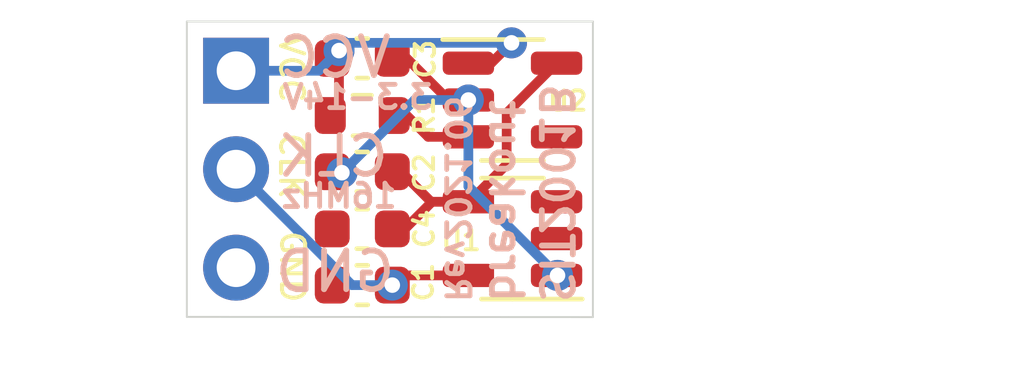
<source format=kicad_pcb>
(kicad_pcb (version 20171130) (host pcbnew 5.1.10-88a1d61d58~88~ubuntu20.04.1)

  (general
    (thickness 1.6)
    (drawings 14)
    (tracks 33)
    (zones 0)
    (modules 8)
    (nets 9)
  )

  (page A4)
  (layers
    (0 F.Cu signal)
    (31 B.Cu signal)
    (32 B.Adhes user)
    (33 F.Adhes user)
    (34 B.Paste user)
    (35 F.Paste user)
    (36 B.SilkS user)
    (37 F.SilkS user)
    (38 B.Mask user)
    (39 F.Mask user)
    (40 Dwgs.User user)
    (41 Cmts.User user)
    (42 Eco1.User user)
    (43 Eco2.User user)
    (44 Edge.Cuts user)
    (45 Margin user)
    (46 B.CrtYd user)
    (47 F.CrtYd user)
    (48 B.Fab user)
    (49 F.Fab user)
  )

  (setup
    (last_trace_width 0.25)
    (trace_clearance 0.2)
    (zone_clearance 0.508)
    (zone_45_only no)
    (trace_min 0.2)
    (via_size 0.8)
    (via_drill 0.4)
    (via_min_size 0.4)
    (via_min_drill 0.3)
    (uvia_size 0.3)
    (uvia_drill 0.1)
    (uvias_allowed no)
    (uvia_min_size 0.2)
    (uvia_min_drill 0.1)
    (edge_width 0.05)
    (segment_width 0.2)
    (pcb_text_width 0.3)
    (pcb_text_size 1.5 1.5)
    (mod_edge_width 0.12)
    (mod_text_size 1 1)
    (mod_text_width 0.15)
    (pad_size 1.524 1.524)
    (pad_drill 0.762)
    (pad_to_mask_clearance 0)
    (aux_axis_origin 0 0)
    (visible_elements FFFFFF7F)
    (pcbplotparams
      (layerselection 0x010fc_ffffffff)
      (usegerberextensions false)
      (usegerberattributes true)
      (usegerberadvancedattributes true)
      (creategerberjobfile true)
      (excludeedgelayer true)
      (linewidth 0.100000)
      (plotframeref false)
      (viasonmask false)
      (mode 1)
      (useauxorigin false)
      (hpglpennumber 1)
      (hpglpenspeed 20)
      (hpglpendiameter 15.000000)
      (psnegative false)
      (psa4output false)
      (plotreference true)
      (plotvalue true)
      (plotinvisibletext false)
      (padsonsilk false)
      (subtractmaskfromsilk false)
      (outputformat 1)
      (mirror false)
      (drillshape 1)
      (scaleselection 1)
      (outputdirectory ""))
  )

  (net 0 "")
  (net 1 GND)
  (net 2 /CLK)
  (net 3 +3V3)
  (net 4 VCC)
  (net 5 "Net-(R1-Pad2)")
  (net 6 "Net-(U1-Pad3)")
  (net 7 "Net-(U1-Pad2)")
  (net 8 "Net-(U2-Pad4)")

  (net_class Default "This is the default net class."
    (clearance 0.2)
    (trace_width 0.25)
    (via_dia 0.8)
    (via_drill 0.4)
    (uvia_dia 0.3)
    (uvia_drill 0.1)
    (add_net +3V3)
    (add_net /CLK)
    (add_net GND)
    (add_net "Net-(R1-Pad2)")
    (add_net "Net-(U1-Pad2)")
    (add_net "Net-(U1-Pad3)")
    (add_net "Net-(U2-Pad4)")
    (add_net VCC)
  )

  (module my-kicad-footprints:Pin_1x03_P2.54mm_nosilk (layer F.Cu) (tedit 60BF4B06) (tstamp 60BE2381)
    (at 149.52 88.27)
    (descr "Through hole straight pin header, 1x04, 2.54mm pitch, single row")
    (tags "Through hole pin header THT 1x04 2.54mm single row")
    (path /60A45CA1)
    (fp_text reference J1 (at 0 -2.33) (layer F.SilkS) hide
      (effects (font (size 1 1) (thickness 0.15)))
    )
    (fp_text value Conn_01x03 (at 0 7.41) (layer F.Fab)
      (effects (font (size 1 1) (thickness 0.15)))
    )
    (fp_line (start 1.8 -1.8) (end -1.8 -1.8) (layer F.CrtYd) (width 0.05))
    (fp_line (start 1.8 6.86) (end 1.8 -1.8) (layer F.CrtYd) (width 0.05))
    (fp_line (start -1.8 6.86) (end 1.8 6.86) (layer F.CrtYd) (width 0.05))
    (fp_line (start -1.8 -1.8) (end -1.8 6.86) (layer F.CrtYd) (width 0.05))
    (fp_line (start -1.27 -0.635) (end -0.635 -1.27) (layer F.Fab) (width 0.1))
    (fp_line (start -1.27 6.35) (end -1.27 -0.635) (layer F.Fab) (width 0.1))
    (fp_line (start 1.27 6.35) (end -1.27 6.35) (layer F.Fab) (width 0.1))
    (fp_line (start 1.27 -1.27) (end 1.27 6.35) (layer F.Fab) (width 0.1))
    (fp_line (start -0.635 -1.27) (end 1.27 -1.27) (layer F.Fab) (width 0.1))
    (fp_text user %R (at 0 3.81 90) (layer F.Fab)
      (effects (font (size 1 1) (thickness 0.15)))
    )
    (pad 3 thru_hole oval (at 0 5.08) (size 1.7 1.7) (drill 1) (layers *.Cu *.Mask)
      (net 1 GND))
    (pad 2 thru_hole oval (at 0 2.54) (size 1.7 1.7) (drill 1) (layers *.Cu *.Mask)
      (net 2 /CLK))
    (pad 1 thru_hole rect (at 0 0) (size 1.7 1.7) (drill 1) (layers *.Cu *.Mask)
      (net 4 VCC))
  )

  (module Package_TO_SOT_SMD:SOT-23-5 (layer F.Cu) (tedit 5F6F9B37) (tstamp 60BE23C0)
    (at 156.65 89.025)
    (descr "SOT, 5 Pin (https://www.jedec.org/sites/default/files/docs/Mo-178c.PDF variant AA), generated with kicad-footprint-generator ipc_gullwing_generator.py")
    (tags "SOT TO_SOT_SMD")
    (path /60BEAFCD)
    (attr smd)
    (fp_text reference U2 (at 1.425 0.025) (layer F.SilkS)
      (effects (font (size 0.5 0.5) (thickness 0.1)))
    )
    (fp_text value NJM2866F33 (at 0 2.4) (layer F.Fab)
      (effects (font (size 1 1) (thickness 0.15)))
    )
    (fp_line (start 0 1.56) (end 0.8 1.56) (layer F.SilkS) (width 0.12))
    (fp_line (start 0 1.56) (end -0.8 1.56) (layer F.SilkS) (width 0.12))
    (fp_line (start 0 -1.56) (end 0.8 -1.56) (layer F.SilkS) (width 0.12))
    (fp_line (start 0 -1.56) (end -1.8 -1.56) (layer F.SilkS) (width 0.12))
    (fp_line (start -0.4 -1.45) (end 0.8 -1.45) (layer F.Fab) (width 0.1))
    (fp_line (start 0.8 -1.45) (end 0.8 1.45) (layer F.Fab) (width 0.1))
    (fp_line (start 0.8 1.45) (end -0.8 1.45) (layer F.Fab) (width 0.1))
    (fp_line (start -0.8 1.45) (end -0.8 -1.05) (layer F.Fab) (width 0.1))
    (fp_line (start -0.8 -1.05) (end -0.4 -1.45) (layer F.Fab) (width 0.1))
    (fp_line (start -2.05 -1.7) (end -2.05 1.7) (layer F.CrtYd) (width 0.05))
    (fp_line (start -2.05 1.7) (end 2.05 1.7) (layer F.CrtYd) (width 0.05))
    (fp_line (start 2.05 1.7) (end 2.05 -1.7) (layer F.CrtYd) (width 0.05))
    (fp_line (start 2.05 -1.7) (end -2.05 -1.7) (layer F.CrtYd) (width 0.05))
    (fp_text user %R (at 0 0) (layer F.Fab)
      (effects (font (size 0.4 0.4) (thickness 0.06)))
    )
    (pad 5 smd roundrect (at 1.1375 -0.95) (size 1.325 0.6) (layers F.Cu F.Paste F.Mask) (roundrect_rratio 0.25)
      (net 3 +3V3))
    (pad 4 smd roundrect (at 1.1375 0.95) (size 1.325 0.6) (layers F.Cu F.Paste F.Mask) (roundrect_rratio 0.25)
      (net 8 "Net-(U2-Pad4)"))
    (pad 3 smd roundrect (at -1.1375 0.95) (size 1.325 0.6) (layers F.Cu F.Paste F.Mask) (roundrect_rratio 0.25)
      (net 5 "Net-(R1-Pad2)"))
    (pad 2 smd roundrect (at -1.1375 0) (size 1.325 0.6) (layers F.Cu F.Paste F.Mask) (roundrect_rratio 0.25)
      (net 1 GND))
    (pad 1 smd roundrect (at -1.1375 -0.95) (size 1.325 0.6) (layers F.Cu F.Paste F.Mask) (roundrect_rratio 0.25)
      (net 4 VCC))
    (model ${KISYS3DMOD}/Package_TO_SOT_SMD.3dshapes/SOT-23-5.wrl
      (at (xyz 0 0 0))
      (scale (xyz 1 1 1))
      (rotate (xyz 0 0 0))
    )
  )

  (module Package_TO_SOT_SMD:SOT-23-5 (layer F.Cu) (tedit 5F6F9B37) (tstamp 60BE23A9)
    (at 156.65 92.6 180)
    (descr "SOT, 5 Pin (https://www.jedec.org/sites/default/files/docs/Mo-178c.PDF variant AA), generated with kicad-footprint-generator ipc_gullwing_generator.py")
    (tags "SOT TO_SOT_SMD")
    (path /60A449A8)
    (attr smd)
    (fp_text reference U1 (at 1.325 -0.05) (layer F.SilkS)
      (effects (font (size 0.5 0.5) (thickness 0.1)))
    )
    (fp_text value SiT2001B-MEMS-Clock-Generator (at 0 2.4) (layer F.Fab)
      (effects (font (size 1 1) (thickness 0.15)))
    )
    (fp_line (start 0 1.56) (end 0.8 1.56) (layer F.SilkS) (width 0.12))
    (fp_line (start 0 1.56) (end -0.8 1.56) (layer F.SilkS) (width 0.12))
    (fp_line (start 0 -1.56) (end 0.8 -1.56) (layer F.SilkS) (width 0.12))
    (fp_line (start 0 -1.56) (end -1.8 -1.56) (layer F.SilkS) (width 0.12))
    (fp_line (start -0.4 -1.45) (end 0.8 -1.45) (layer F.Fab) (width 0.1))
    (fp_line (start 0.8 -1.45) (end 0.8 1.45) (layer F.Fab) (width 0.1))
    (fp_line (start 0.8 1.45) (end -0.8 1.45) (layer F.Fab) (width 0.1))
    (fp_line (start -0.8 1.45) (end -0.8 -1.05) (layer F.Fab) (width 0.1))
    (fp_line (start -0.8 -1.05) (end -0.4 -1.45) (layer F.Fab) (width 0.1))
    (fp_line (start -2.05 -1.7) (end -2.05 1.7) (layer F.CrtYd) (width 0.05))
    (fp_line (start -2.05 1.7) (end 2.05 1.7) (layer F.CrtYd) (width 0.05))
    (fp_line (start 2.05 1.7) (end 2.05 -1.7) (layer F.CrtYd) (width 0.05))
    (fp_line (start 2.05 -1.7) (end -2.05 -1.7) (layer F.CrtYd) (width 0.05))
    (fp_text user %R (at 0 0) (layer F.Fab)
      (effects (font (size 0.4 0.4) (thickness 0.06)))
    )
    (pad 5 smd roundrect (at 1.1375 -0.95 180) (size 1.325 0.6) (layers F.Cu F.Paste F.Mask) (roundrect_rratio 0.25)
      (net 2 /CLK))
    (pad 4 smd roundrect (at 1.1375 0.95 180) (size 1.325 0.6) (layers F.Cu F.Paste F.Mask) (roundrect_rratio 0.25)
      (net 3 +3V3))
    (pad 3 smd roundrect (at -1.1375 0.95 180) (size 1.325 0.6) (layers F.Cu F.Paste F.Mask) (roundrect_rratio 0.25)
      (net 6 "Net-(U1-Pad3)"))
    (pad 2 smd roundrect (at -1.1375 0 180) (size 1.325 0.6) (layers F.Cu F.Paste F.Mask) (roundrect_rratio 0.25)
      (net 7 "Net-(U1-Pad2)"))
    (pad 1 smd roundrect (at -1.1375 -0.95 180) (size 1.325 0.6) (layers F.Cu F.Paste F.Mask) (roundrect_rratio 0.25)
      (net 1 GND))
    (model ${KISYS3DMOD}/Package_TO_SOT_SMD.3dshapes/SOT-23-5.wrl
      (at (xyz 0 0 0))
      (scale (xyz 1 1 1))
      (rotate (xyz 0 0 0))
    )
  )

  (module Resistor_SMD:R_0603_1608Metric (layer F.Cu) (tedit 5F68FEEE) (tstamp 60BE2392)
    (at 152.775 89.425)
    (descr "Resistor SMD 0603 (1608 Metric), square (rectangular) end terminal, IPC_7351 nominal, (Body size source: IPC-SM-782 page 72, https://www.pcb-3d.com/wordpress/wp-content/uploads/ipc-sm-782a_amendment_1_and_2.pdf), generated with kicad-footprint-generator")
    (tags resistor)
    (path /60BEEF7B)
    (attr smd)
    (fp_text reference R1 (at 1.6 0 90) (layer F.SilkS)
      (effects (font (size 0.5 0.5) (thickness 0.1)))
    )
    (fp_text value 10k (at 0 1.43) (layer F.Fab)
      (effects (font (size 1 1) (thickness 0.15)))
    )
    (fp_line (start -0.8 0.4125) (end -0.8 -0.4125) (layer F.Fab) (width 0.1))
    (fp_line (start -0.8 -0.4125) (end 0.8 -0.4125) (layer F.Fab) (width 0.1))
    (fp_line (start 0.8 -0.4125) (end 0.8 0.4125) (layer F.Fab) (width 0.1))
    (fp_line (start 0.8 0.4125) (end -0.8 0.4125) (layer F.Fab) (width 0.1))
    (fp_line (start -0.237258 -0.5225) (end 0.237258 -0.5225) (layer F.SilkS) (width 0.12))
    (fp_line (start -0.237258 0.5225) (end 0.237258 0.5225) (layer F.SilkS) (width 0.12))
    (fp_line (start -1.48 0.73) (end -1.48 -0.73) (layer F.CrtYd) (width 0.05))
    (fp_line (start -1.48 -0.73) (end 1.48 -0.73) (layer F.CrtYd) (width 0.05))
    (fp_line (start 1.48 -0.73) (end 1.48 0.73) (layer F.CrtYd) (width 0.05))
    (fp_line (start 1.48 0.73) (end -1.48 0.73) (layer F.CrtYd) (width 0.05))
    (fp_text user %R (at 0 0) (layer F.Fab)
      (effects (font (size 0.4 0.4) (thickness 0.06)))
    )
    (pad 2 smd roundrect (at 0.825 0) (size 0.8 0.95) (layers F.Cu F.Paste F.Mask) (roundrect_rratio 0.25)
      (net 5 "Net-(R1-Pad2)"))
    (pad 1 smd roundrect (at -0.825 0) (size 0.8 0.95) (layers F.Cu F.Paste F.Mask) (roundrect_rratio 0.25)
      (net 4 VCC))
    (model ${KISYS3DMOD}/Resistor_SMD.3dshapes/R_0603_1608Metric.wrl
      (at (xyz 0 0 0))
      (scale (xyz 1 1 1))
      (rotate (xyz 0 0 0))
    )
  )

  (module Capacitor_SMD:C_0603_1608Metric (layer F.Cu) (tedit 5F68FEEE) (tstamp 60BE236A)
    (at 152.775 92.35 180)
    (descr "Capacitor SMD 0603 (1608 Metric), square (rectangular) end terminal, IPC_7351 nominal, (Body size source: IPC-SM-782 page 76, https://www.pcb-3d.com/wordpress/wp-content/uploads/ipc-sm-782a_amendment_1_and_2.pdf), generated with kicad-footprint-generator")
    (tags capacitor)
    (path /60BF00B8)
    (attr smd)
    (fp_text reference C4 (at -1.6 0 90) (layer F.SilkS)
      (effects (font (size 0.5 0.5) (thickness 0.1)))
    )
    (fp_text value 1uf (at 0 1.43) (layer F.Fab)
      (effects (font (size 1 1) (thickness 0.15)))
    )
    (fp_line (start -0.8 0.4) (end -0.8 -0.4) (layer F.Fab) (width 0.1))
    (fp_line (start -0.8 -0.4) (end 0.8 -0.4) (layer F.Fab) (width 0.1))
    (fp_line (start 0.8 -0.4) (end 0.8 0.4) (layer F.Fab) (width 0.1))
    (fp_line (start 0.8 0.4) (end -0.8 0.4) (layer F.Fab) (width 0.1))
    (fp_line (start -0.14058 -0.51) (end 0.14058 -0.51) (layer F.SilkS) (width 0.12))
    (fp_line (start -0.14058 0.51) (end 0.14058 0.51) (layer F.SilkS) (width 0.12))
    (fp_line (start -1.48 0.73) (end -1.48 -0.73) (layer F.CrtYd) (width 0.05))
    (fp_line (start -1.48 -0.73) (end 1.48 -0.73) (layer F.CrtYd) (width 0.05))
    (fp_line (start 1.48 -0.73) (end 1.48 0.73) (layer F.CrtYd) (width 0.05))
    (fp_line (start 1.48 0.73) (end -1.48 0.73) (layer F.CrtYd) (width 0.05))
    (fp_text user %R (at 0 0) (layer F.Fab)
      (effects (font (size 0.4 0.4) (thickness 0.06)))
    )
    (pad 2 smd roundrect (at 0.775 0 180) (size 0.9 0.95) (layers F.Cu F.Paste F.Mask) (roundrect_rratio 0.25)
      (net 1 GND))
    (pad 1 smd roundrect (at -0.775 0 180) (size 0.9 0.95) (layers F.Cu F.Paste F.Mask) (roundrect_rratio 0.25)
      (net 3 +3V3))
    (model ${KISYS3DMOD}/Capacitor_SMD.3dshapes/C_0603_1608Metric.wrl
      (at (xyz 0 0 0))
      (scale (xyz 1 1 1))
      (rotate (xyz 0 0 0))
    )
  )

  (module Capacitor_SMD:C_0603_1608Metric (layer F.Cu) (tedit 5F68FEEE) (tstamp 60BE2359)
    (at 152.775 87.95)
    (descr "Capacitor SMD 0603 (1608 Metric), square (rectangular) end terminal, IPC_7351 nominal, (Body size source: IPC-SM-782 page 76, https://www.pcb-3d.com/wordpress/wp-content/uploads/ipc-sm-782a_amendment_1_and_2.pdf), generated with kicad-footprint-generator")
    (tags capacitor)
    (path /60BECDB1)
    (attr smd)
    (fp_text reference C3 (at 1.625 0.025 270) (layer F.SilkS)
      (effects (font (size 0.5 0.5) (thickness 0.1)))
    )
    (fp_text value 0.1uf (at 0 1.43) (layer F.Fab)
      (effects (font (size 1 1) (thickness 0.15)))
    )
    (fp_line (start -0.8 0.4) (end -0.8 -0.4) (layer F.Fab) (width 0.1))
    (fp_line (start -0.8 -0.4) (end 0.8 -0.4) (layer F.Fab) (width 0.1))
    (fp_line (start 0.8 -0.4) (end 0.8 0.4) (layer F.Fab) (width 0.1))
    (fp_line (start 0.8 0.4) (end -0.8 0.4) (layer F.Fab) (width 0.1))
    (fp_line (start -0.14058 -0.51) (end 0.14058 -0.51) (layer F.SilkS) (width 0.12))
    (fp_line (start -0.14058 0.51) (end 0.14058 0.51) (layer F.SilkS) (width 0.12))
    (fp_line (start -1.48 0.73) (end -1.48 -0.73) (layer F.CrtYd) (width 0.05))
    (fp_line (start -1.48 -0.73) (end 1.48 -0.73) (layer F.CrtYd) (width 0.05))
    (fp_line (start 1.48 -0.73) (end 1.48 0.73) (layer F.CrtYd) (width 0.05))
    (fp_line (start 1.48 0.73) (end -1.48 0.73) (layer F.CrtYd) (width 0.05))
    (fp_text user %R (at 0 0) (layer F.Fab)
      (effects (font (size 0.4 0.4) (thickness 0.06)))
    )
    (pad 2 smd roundrect (at 0.775 0) (size 0.9 0.95) (layers F.Cu F.Paste F.Mask) (roundrect_rratio 0.25)
      (net 1 GND))
    (pad 1 smd roundrect (at -0.775 0) (size 0.9 0.95) (layers F.Cu F.Paste F.Mask) (roundrect_rratio 0.25)
      (net 4 VCC))
    (model ${KISYS3DMOD}/Capacitor_SMD.3dshapes/C_0603_1608Metric.wrl
      (at (xyz 0 0 0))
      (scale (xyz 1 1 1))
      (rotate (xyz 0 0 0))
    )
  )

  (module Capacitor_SMD:C_0603_1608Metric (layer F.Cu) (tedit 5F68FEEE) (tstamp 60BE2348)
    (at 152.775 90.875 180)
    (descr "Capacitor SMD 0603 (1608 Metric), square (rectangular) end terminal, IPC_7351 nominal, (Body size source: IPC-SM-782 page 76, https://www.pcb-3d.com/wordpress/wp-content/uploads/ipc-sm-782a_amendment_1_and_2.pdf), generated with kicad-footprint-generator")
    (tags capacitor)
    (path /60A44E20)
    (attr smd)
    (fp_text reference C2 (at -1.6 -0.025 90) (layer F.SilkS)
      (effects (font (size 0.5 0.5) (thickness 0.1)))
    )
    (fp_text value 0.1uf (at 0 1.43) (layer F.Fab)
      (effects (font (size 1 1) (thickness 0.15)))
    )
    (fp_line (start -0.8 0.4) (end -0.8 -0.4) (layer F.Fab) (width 0.1))
    (fp_line (start -0.8 -0.4) (end 0.8 -0.4) (layer F.Fab) (width 0.1))
    (fp_line (start 0.8 -0.4) (end 0.8 0.4) (layer F.Fab) (width 0.1))
    (fp_line (start 0.8 0.4) (end -0.8 0.4) (layer F.Fab) (width 0.1))
    (fp_line (start -0.14058 -0.51) (end 0.14058 -0.51) (layer F.SilkS) (width 0.12))
    (fp_line (start -0.14058 0.51) (end 0.14058 0.51) (layer F.SilkS) (width 0.12))
    (fp_line (start -1.48 0.73) (end -1.48 -0.73) (layer F.CrtYd) (width 0.05))
    (fp_line (start -1.48 -0.73) (end 1.48 -0.73) (layer F.CrtYd) (width 0.05))
    (fp_line (start 1.48 -0.73) (end 1.48 0.73) (layer F.CrtYd) (width 0.05))
    (fp_line (start 1.48 0.73) (end -1.48 0.73) (layer F.CrtYd) (width 0.05))
    (fp_text user %R (at 0 0) (layer F.Fab)
      (effects (font (size 0.4 0.4) (thickness 0.06)))
    )
    (pad 2 smd roundrect (at 0.775 0 180) (size 0.9 0.95) (layers F.Cu F.Paste F.Mask) (roundrect_rratio 0.25)
      (net 1 GND))
    (pad 1 smd roundrect (at -0.775 0 180) (size 0.9 0.95) (layers F.Cu F.Paste F.Mask) (roundrect_rratio 0.25)
      (net 3 +3V3))
    (model ${KISYS3DMOD}/Capacitor_SMD.3dshapes/C_0603_1608Metric.wrl
      (at (xyz 0 0 0))
      (scale (xyz 1 1 1))
      (rotate (xyz 0 0 0))
    )
  )

  (module Capacitor_SMD:C_0603_1608Metric (layer F.Cu) (tedit 5F68FEEE) (tstamp 60BE2337)
    (at 152.775 93.8 180)
    (descr "Capacitor SMD 0603 (1608 Metric), square (rectangular) end terminal, IPC_7351 nominal, (Body size source: IPC-SM-782 page 76, https://www.pcb-3d.com/wordpress/wp-content/uploads/ipc-sm-782a_amendment_1_and_2.pdf), generated with kicad-footprint-generator")
    (tags capacitor)
    (path /60A45261)
    (attr smd)
    (fp_text reference C1 (at -1.575 0.075 90) (layer F.SilkS)
      (effects (font (size 0.5 0.5) (thickness 0.1)))
    )
    (fp_text value 15pf (at 0 1.43) (layer F.Fab)
      (effects (font (size 1 1) (thickness 0.15)))
    )
    (fp_line (start -0.8 0.4) (end -0.8 -0.4) (layer F.Fab) (width 0.1))
    (fp_line (start -0.8 -0.4) (end 0.8 -0.4) (layer F.Fab) (width 0.1))
    (fp_line (start 0.8 -0.4) (end 0.8 0.4) (layer F.Fab) (width 0.1))
    (fp_line (start 0.8 0.4) (end -0.8 0.4) (layer F.Fab) (width 0.1))
    (fp_line (start -0.14058 -0.51) (end 0.14058 -0.51) (layer F.SilkS) (width 0.12))
    (fp_line (start -0.14058 0.51) (end 0.14058 0.51) (layer F.SilkS) (width 0.12))
    (fp_line (start -1.48 0.73) (end -1.48 -0.73) (layer F.CrtYd) (width 0.05))
    (fp_line (start -1.48 -0.73) (end 1.48 -0.73) (layer F.CrtYd) (width 0.05))
    (fp_line (start 1.48 -0.73) (end 1.48 0.73) (layer F.CrtYd) (width 0.05))
    (fp_line (start 1.48 0.73) (end -1.48 0.73) (layer F.CrtYd) (width 0.05))
    (fp_text user %R (at 0 0) (layer F.Fab)
      (effects (font (size 0.4 0.4) (thickness 0.06)))
    )
    (pad 2 smd roundrect (at 0.775 0 180) (size 0.9 0.95) (layers F.Cu F.Paste F.Mask) (roundrect_rratio 0.25)
      (net 1 GND))
    (pad 1 smd roundrect (at -0.775 0 180) (size 0.9 0.95) (layers F.Cu F.Paste F.Mask) (roundrect_rratio 0.25)
      (net 2 /CLK))
    (model ${KISYS3DMOD}/Capacitor_SMD.3dshapes/C_0603_1608Metric.wrl
      (at (xyz 0 0 0))
      (scale (xyz 1 1 1))
      (rotate (xyz 0 0 0))
    )
  )

  (gr_text GND (at 150.975 93.325 -90) (layer F.SilkS) (tstamp 60BF5D0A)
    (effects (font (size 0.6 0.6) (thickness 0.1)))
  )
  (gr_text CLK (at 150.95 90.725 -90) (layer F.SilkS) (tstamp 60BF5D0A)
    (effects (font (size 0.6 0.6) (thickness 0.1)))
  )
  (gr_text VCC (at 150.95 88.225 270) (layer F.SilkS)
    (effects (font (size 0.6 0.6) (thickness 0.1)))
  )
  (gr_text Rev2021.06 (at 155.225 91.575 -90) (layer B.SilkS) (tstamp 60BF5809)
    (effects (font (size 0.6 0.6) (thickness 0.125)) (justify mirror))
  )
  (gr_text "SIT2001B\nbreakout" (at 157.125 94.325 -90) (layer B.SilkS) (tstamp 60BF5809)
    (effects (font (size 0.8 0.8) (thickness 0.15)) (justify left mirror))
  )
  (gr_text 16MHz (at 152.175 91.5) (layer B.SilkS) (tstamp 60BFAEAE)
    (effects (font (size 0.6 0.6) (thickness 0.125)) (justify mirror))
  )
  (gr_text 3.3-14V (at 152.65 88.95) (layer B.SilkS)
    (effects (font (size 0.6 0.6) (thickness 0.125)) (justify mirror))
  )
  (gr_text GND (at 152.075 93.45) (layer B.SilkS)
    (effects (font (size 1 1) (thickness 0.15)) (justify mirror))
  )
  (gr_text CLK (at 152.025 90.475) (layer B.SilkS)
    (effects (font (size 1 1) (thickness 0.15)) (justify mirror))
  )
  (gr_text VCC (at 152.075 87.925) (layer B.SilkS)
    (effects (font (size 1 1) (thickness 0.15)) (justify mirror))
  )
  (gr_line (start 158.725 94.625) (end 158.725 87) (layer Edge.Cuts) (width 0.05))
  (gr_line (start 148.25 94.62) (end 158.725 94.625) (layer Edge.Cuts) (width 0.05))
  (gr_line (start 148.25 87) (end 148.25 94.62) (layer Edge.Cuts) (width 0.05))
  (gr_line (start 158.725 87) (end 148.25 87) (layer Edge.Cuts) (width 0.05))

  (segment (start 155 89.025) (end 153.725 87.75) (width 0.25) (layer F.Cu) (net 1))
  (segment (start 155.5125 89.025) (end 155 89.025) (width 0.25) (layer F.Cu) (net 1))
  (via (at 155.5125 89.025) (size 0.8) (drill 0.4) (layers F.Cu B.Cu) (net 1))
  (via (at 152.25 90.9) (size 0.8) (drill 0.4) (layers F.Cu B.Cu) (net 1))
  (segment (start 154.125 89.025) (end 152.25 90.9) (width 0.25) (layer B.Cu) (net 1))
  (segment (start 155.5125 89.025) (end 154.125 89.025) (width 0.25) (layer B.Cu) (net 1))
  (via (at 157.8125 93.55) (size 0.8) (drill 0.4) (layers F.Cu B.Cu) (net 1))
  (segment (start 155.5125 91.25) (end 157.8125 93.55) (width 0.25) (layer B.Cu) (net 1))
  (segment (start 155.5125 89.025) (end 155.5125 91.25) (width 0.25) (layer B.Cu) (net 1))
  (via (at 153.55 93.8) (size 0.8) (drill 0.4) (layers F.Cu B.Cu) (net 2))
  (segment (start 153.8 93.55) (end 153.55 93.8) (width 0.25) (layer F.Cu) (net 2))
  (segment (start 155.5125 93.55) (end 153.8 93.55) (width 0.25) (layer F.Cu) (net 2))
  (segment (start 152.51 93.8) (end 149.52 90.81) (width 0.25) (layer B.Cu) (net 2))
  (segment (start 153.55 93.8) (end 152.51 93.8) (width 0.25) (layer B.Cu) (net 2))
  (segment (start 156.50001 90.68749) (end 155.5375 91.65) (width 0.25) (layer F.Cu) (net 3))
  (segment (start 156.50001 89.36249) (end 156.50001 90.68749) (width 0.25) (layer F.Cu) (net 3))
  (segment (start 157.7875 88.075) (end 156.50001 89.36249) (width 0.25) (layer F.Cu) (net 3))
  (segment (start 154.55 91.65) (end 153.8 90.9) (width 0.25) (layer F.Cu) (net 3))
  (segment (start 155.5375 91.65) (end 154.55 91.65) (width 0.25) (layer F.Cu) (net 3))
  (segment (start 154.575 91.65) (end 153.775 92.45) (width 0.25) (layer F.Cu) (net 3))
  (segment (start 155.5375 91.65) (end 154.575 91.65) (width 0.25) (layer F.Cu) (net 3))
  (via (at 156.625 87.55) (size 0.8) (drill 0.4) (layers F.Cu B.Cu) (net 4))
  (segment (start 156.1 88.075) (end 156.625 87.55) (width 0.25) (layer F.Cu) (net 4))
  (segment (start 155.5125 88.075) (end 156.1 88.075) (width 0.25) (layer F.Cu) (net 4))
  (via (at 152.175 87.75) (size 0.8) (drill 0.4) (layers F.Cu B.Cu) (net 4))
  (segment (start 152.375 87.55) (end 152.175 87.75) (width 0.25) (layer B.Cu) (net 4))
  (segment (start 156.625 87.55) (end 152.375 87.55) (width 0.25) (layer B.Cu) (net 4))
  (segment (start 151.655 88.27) (end 152.175 87.75) (width 0.25) (layer B.Cu) (net 4))
  (segment (start 149.52 88.27) (end 151.655 88.27) (width 0.25) (layer B.Cu) (net 4))
  (segment (start 152.175 89.275) (end 152.15 89.3) (width 0.25) (layer F.Cu) (net 4))
  (segment (start 152.175 87.75) (end 152.175 89.275) (width 0.25) (layer F.Cu) (net 4))
  (segment (start 154.475 89.975) (end 153.8 89.3) (width 0.25) (layer F.Cu) (net 5))
  (segment (start 155.5125 89.975) (end 154.475 89.975) (width 0.25) (layer F.Cu) (net 5))

  (zone (net 1) (net_name GND) (layer F.Cu) (tstamp 0) (hatch edge 0.508)
    (connect_pads (clearance 0.508))
    (min_thickness 0.254)
    (fill (arc_segments 32) (thermal_gap 0.508) (thermal_bridge_width 0.508))
    (polygon
      (pts
        (xy 158.75 86.975) (xy 158.75 94.7) (xy 148.275 94.625) (xy 148.25 86.925)
      )
    )
  )
  (zone (net 1) (net_name GND) (layer B.Cu) (tstamp 60BFAE94) (hatch edge 0.508)
    (connect_pads (clearance 0.508))
    (min_thickness 0.254)
    (fill (arc_segments 32) (thermal_gap 0.508) (thermal_bridge_width 0.508))
    (polygon
      (pts
        (xy 158.75 86.975) (xy 158.75 94.7) (xy 148.275 94.625) (xy 148.25 86.925)
      )
    )
  )
)

</source>
